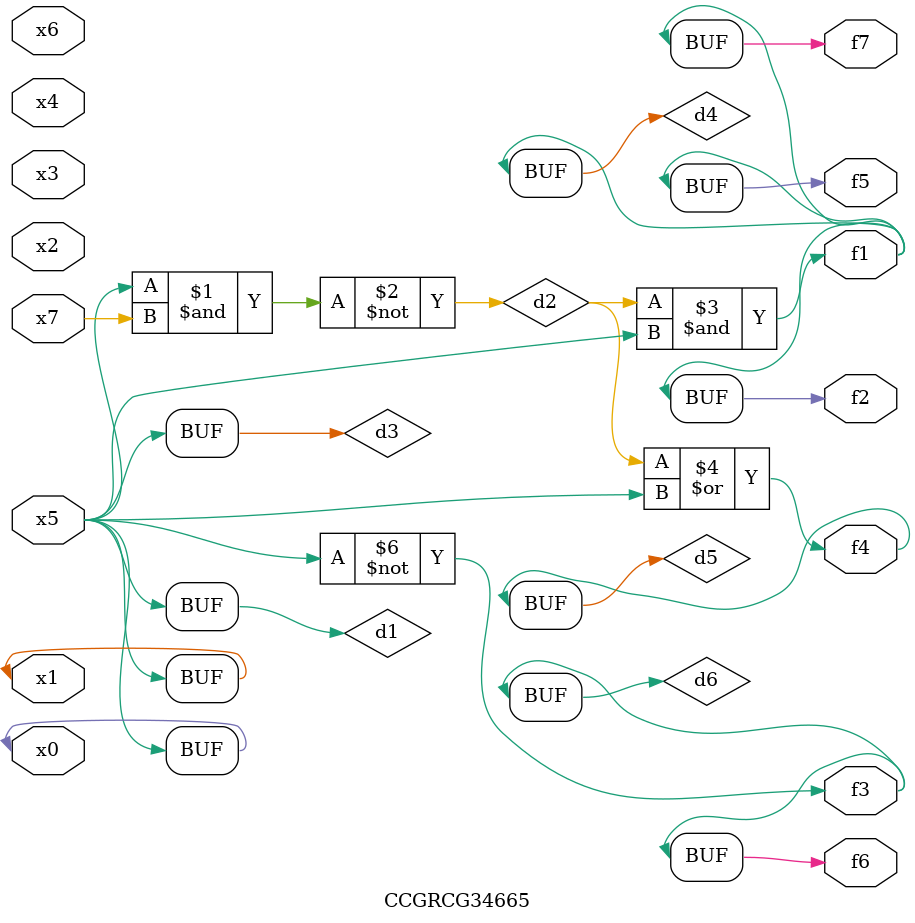
<source format=v>
module CCGRCG34665(
	input x0, x1, x2, x3, x4, x5, x6, x7,
	output f1, f2, f3, f4, f5, f6, f7
);

	wire d1, d2, d3, d4, d5, d6;

	buf (d1, x0, x5);
	nand (d2, x5, x7);
	buf (d3, x0, x1);
	and (d4, d2, d3);
	or (d5, d2, d3);
	nor (d6, d1, d3);
	assign f1 = d4;
	assign f2 = d4;
	assign f3 = d6;
	assign f4 = d5;
	assign f5 = d4;
	assign f6 = d6;
	assign f7 = d4;
endmodule

</source>
